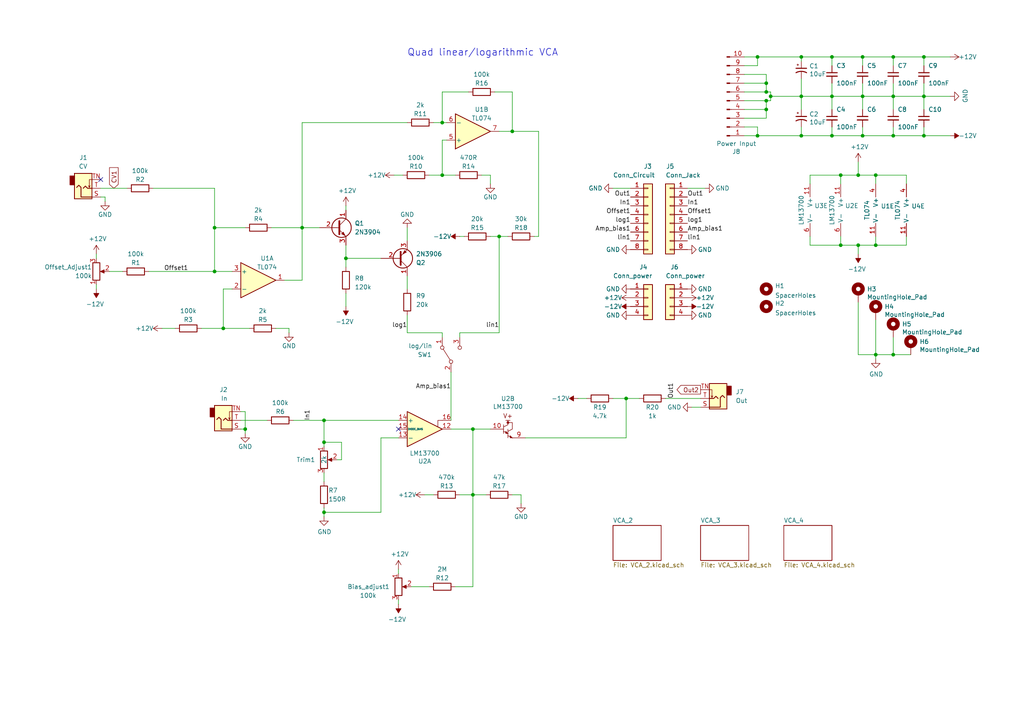
<source format=kicad_sch>
(kicad_sch (version 20231120) (generator "eeschema") (generator_version "8.0")
  (paper "A4")
  (title_block (title "Quad VCA") (date "2025-01-13") (rev "1.0") (company "Bleep Sound"))
  (lib_symbols
    (symbol "Amplifier_Operational:LM13700" (pin_names (offset 0.127))
      (property "Reference" "U" (at 3.81 5.08 0))
      (property "Value" "LM13700" (at 5.08 -5.08 0))
      (symbol "LM13700_1_1"
        (pin output line (at 7.62 0 180) (length 2.54) (name "~") (number "12"))
        (pin input line (at -7.62 2.54 0) (length 2.54) (name "-") (number "13"))
        (pin input line (at -7.62 -2.54 0) (length 2.54) (name "+") (number "14"))
        (pin input line (at -7.62 0 0) (length 2.54) (name "DIODE_BIAS") (number "15"))
        (pin input line (at 7.62 -2.54 180) (length 2.54) (name "~") (number "16"))
      )
      (symbol "LM13700_2_1"
        (text "V+" (at -2.54 3.81 0) (effects (font (size 1.27 1.27))))
        (pin input line (at -7.62 0 0) (length 3.81) (name "~") (number "10"))
        (pin output line (at 2.54 -2.54 180) (length 3.81) (name "~") (number "9"))
      )
      (symbol "LM13700_3_1"
        (pin input line (at 7.62 -2.54 180) (length 2.54) (name "~") (number "1"))
        (pin input line (at -7.62 0 0) (length 2.54) (name "DIODE_BIAS") (number "2"))
        (pin input line (at -7.62 -2.54 0) (length 2.54) (name "+") (number "3"))
        (pin input line (at -7.62 2.54 0) (length 2.54) (name "-") (number "4"))
        (pin output line (at 7.62 0 180) (length 2.54) (name "~") (number "5"))
      )
      (symbol "LM13700_4_0"
        (text "V+" (at -2.54 3.81 0) (effects (font (size 1.27 1.27))))
      )
      (symbol "LM13700_4_1"
        (pin input line (at -7.62 0 0) (length 3.81) (name "~") (number "7"))
        (pin output line (at 2.54 -2.54 180) (length 3.81) (name "~") (number "8"))
      )
      (symbol "LM13700_5_1"
        (pin power_in line (at -2.54 7.62 270) (length 3.81) (name "V+") (number "11"))
        (pin power_in line (at -2.54 -7.62 90) (length 3.81) (name "V-") (number "6"))
      )
    )
    (symbol "Amplifier_Operational:TL074" (pin_names (offset 0.127))
      (property "Reference" "U" (at 0 5.08 0))
      (property "Value" "TL074" (at 0 -5.08 0))
      (symbol "TL074_1_1"
        (pin output line (at 7.62 0 180) (length 2.54) (name "~") (number "1"))
        (pin input line (at -7.62 -2.54 0) (length 2.54) (name "-") (number "2"))
        (pin input line (at -7.62 2.54 0) (length 2.54) (name "+") (number "3"))
      )
      (symbol "TL074_2_1"
        (pin input line (at -7.62 2.54 0) (length 2.54) (name "+") (number "5"))
        (pin input line (at -7.62 -2.54 0) (length 2.54) (name "-") (number "6"))
        (pin output line (at 7.62 0 180) (length 2.54) (name "~") (number "7"))
      )
      (symbol "TL074_3_1"
        (pin input line (at -7.62 2.54 0) (length 2.54) (name "+") (number "10"))
        (pin output line (at 7.62 0 180) (length 2.54) (name "~") (number "8"))
        (pin input line (at -7.62 -2.54 0) (length 2.54) (name "-") (number "9"))
      )
      (symbol "TL074_4_1"
        (pin input line (at -7.62 2.54 0) (length 2.54) (name "+") (number "12"))
        (pin input line (at -7.62 -2.54 0) (length 2.54) (name "-") (number "13"))
        (pin output line (at 7.62 0 180) (length 2.54) (name "~") (number "14"))
      )
      (symbol "TL074_5_1"
        (pin power_in line (at -2.54 -7.62 90) (length 3.81) (name "V-") (number "11"))
        (pin power_in line (at -2.54 7.62 270) (length 3.81) (name "V+") (number "4"))
      )
    )
    (symbol "Connector:Conn_01x10_Male" (pin_names (offset 1.016) hide)
      (property "Reference" "J" (at 0 12.7 0))
      (property "Value" "Conn_01x10_Male" (at 0 -15.24 0))
      (symbol "Conn_01x10_Male_1_1"
        (pin passive line (at 5.08 10.16 180) (length 3.81) (name "Pin_1") (number "1"))
        (pin passive line (at 5.08 -12.7 180) (length 3.81) (name "Pin_10") (number "10"))
        (pin passive line (at 5.08 7.62 180) (length 3.81) (name "Pin_2") (number "2"))
        (pin passive line (at 5.08 5.08 180) (length 3.81) (name "Pin_3") (number "3"))
        (pin passive line (at 5.08 2.54 180) (length 3.81) (name "Pin_4") (number "4"))
        (pin passive line (at 5.08 0 180) (length 3.81) (name "Pin_5") (number "5"))
        (pin passive line (at 5.08 -2.54 180) (length 3.81) (name "Pin_6") (number "6"))
        (pin passive line (at 5.08 -5.08 180) (length 3.81) (name "Pin_7") (number "7"))
        (pin passive line (at 5.08 -7.62 180) (length 3.81) (name "Pin_8") (number "8"))
        (pin passive line (at 5.08 -10.16 180) (length 3.81) (name "Pin_9") (number "9"))
      )
    )
    (symbol "Connector_Generic:Conn_01x04" (pin_names (offset 1.016) hide)
      (property "Reference" "J" (at 0 5.08 0))
      (property "Value" "Conn_01x04" (at 0 -7.62 0))
      (symbol "Conn_01x04_1_1"
        (pin passive line (at -5.08 2.54 0) (length 3.81) (name "Pin_1") (number "1"))
        (pin passive line (at -5.08 0 0) (length 3.81) (name "Pin_2") (number "2"))
        (pin passive line (at -5.08 -2.54 0) (length 3.81) (name "Pin_3") (number "3"))
        (pin passive line (at -5.08 -5.08 0) (length 3.81) (name "Pin_4") (number "4"))
      )
    )
    (symbol "Connector_Generic:Conn_01x08" (pin_names (offset 1.016) hide)
      (property "Reference" "J" (at 0 10.16 0))
      (property "Value" "Conn_01x08" (at 0 -12.7 0))
      (symbol "Conn_01x08_1_1"
        (pin passive line (at -5.08 7.62 0) (length 3.81) (name "Pin_1") (number "1"))
        (pin passive line (at -5.08 5.08 0) (length 3.81) (name "Pin_2") (number "2"))
        (pin passive line (at -5.08 2.54 0) (length 3.81) (name "Pin_3") (number "3"))
        (pin passive line (at -5.08 0 0) (length 3.81) (name "Pin_4") (number "4"))
        (pin passive line (at -5.08 -2.54 0) (length 3.81) (name "Pin_5") (number "5"))
        (pin passive line (at -5.08 -5.08 0) (length 3.81) (name "Pin_6") (number "6"))
        (pin passive line (at -5.08 -7.62 0) (length 3.81) (name "Pin_7") (number "7"))
        (pin passive line (at -5.08 -10.16 0) (length 3.81) (name "Pin_8") (number "8"))
      )
    )
    (symbol "Device:CP1_Small" (pin_numbers hide) (pin_names (offset 0.254) hide)
      (property "Reference" "C" (at 0.254 1.778 0))
      (property "Value" "Device_CP1_Small" (at 0.254 -2.032 0))
      (symbol "CP1_Small_1_1"
        (pin passive line (at 0 2.54 270) (length 2.032) (name "~") (number "1"))
        (pin passive line (at 0 -2.54 90) (length 2.032) (name "~") (number "2"))
      )
    )
    (symbol "Device:C_Small" (pin_numbers hide) (pin_names (offset 0.254) hide)
      (property "Reference" "C" (at 0.254 1.778 0))
      (property "Value" "C_Small" (at 0.254 -2.032 0))
      (symbol "C_Small_1_1"
        (pin passive line (at 0 2.54 270) (length 2.032) (name "~") (number "1"))
        (pin passive line (at 0 -2.54 90) (length 2.032) (name "~") (number "2"))
      )
    )
    (symbol "Device:R" (pin_numbers hide) (pin_names (offset 0))
      (property "Reference" "R" (at 2.032 0 90))
      (property "Value" "R" (at 0 0 90))
      (symbol "R_1_1"
        (pin passive line (at 0 3.81 270) (length 1.27) (name "~") (number "1"))
        (pin passive line (at 0 -3.81 90) (length 1.27) (name "~") (number "2"))
      )
    )
    (symbol "Device:R_POT" (pin_names (offset 1.016) hide)
      (property "Reference" "RV" (at -4.445 0 90))
      (property "Value" "Device_R_POT" (at -2.54 0 90))
      (symbol "R_POT_1_1"
        (pin passive line (at 0 3.81 270) (length 1.27) (name "1") (number "1"))
        (pin passive line (at 3.81 0 180) (length 1.27) (name "2") (number "2"))
        (pin passive line (at 0 -3.81 90) (length 1.27) (name "3") (number "3"))
      )
    )
    (symbol "Kicad-perso:AudioJack_Switch"
      (property "Reference" "J2" (at 0.508 8.636 0))
      (property "Value" "Out1" (at 0.508 6.35 0))
      (symbol "AudioJack_Switch_1_1"
        (pin passive line (at 5.08 -3.81 180) (length 2.54) (name "~") (number "S"))
        (pin passive line (at 5.08 -1.27 180) (length 2.54) (name "~") (number "T"))
        (pin passive line (at 5.08 1.27 180) (length 2.54) (name "~") (number "TN"))
      )
    )
    (symbol "Mechanical:MountingHole" (pin_names (offset 1.016))
      (property "Reference" "H" (at 0 5.08 0))
      (property "Value" "MountingHole" (at 0 3.175 0))
    )
    (symbol "Mechanical:MountingHole_Pad" (pin_numbers hide) (pin_names (offset 1.016) hide)
      (property "Reference" "H" (at 0 6.35 0))
      (property "Value" "MountingHole_Pad" (at 0 4.445 0))
      (symbol "MountingHole_Pad_1_1"
        (pin input line (at 0 -2.54 90) (length 2.54) (name "1") (number "1"))
      )
    )
    (symbol "Switch:SW_SPDT" (pin_names (offset 0) hide)
      (property "Reference" "SW" (at 0 4.318 0))
      (property "Value" "SW_SPDT" (at 0 -5.08 0))
      (symbol "SW_SPDT_1_1"
        (pin passive line (at 5.08 2.54 180) (length 2.54) (name "A") (number "1"))
        (pin passive line (at -5.08 0 0) (length 2.54) (name "B") (number "2"))
        (pin passive line (at 5.08 -2.54 180) (length 2.54) (name "C") (number "3"))
      )
    )
    (symbol "Transistor_BJT:BC548" (pin_names (offset 0) hide)
      (property "Reference" "Q" (at 5.08 1.905 0))
      (property "Value" "BC548" (at 5.08 0 0))
      (symbol "BC548_1_1"
        (pin passive line (at 2.54 5.08 270) (length 2.54) (name "C") (number "1"))
        (pin input line (at -5.08 0 0) (length 5.08) (name "B") (number "2"))
        (pin passive line (at 2.54 -5.08 90) (length 2.54) (name "E") (number "3"))
      )
    )
    (symbol "Transistor_BJT:BC558" (pin_names (offset 0) hide)
      (property "Reference" "Q" (at 5.08 1.905 0))
      (property "Value" "BC558" (at 5.08 0 0))
      (symbol "BC558_1_1"
        (pin passive line (at 2.54 5.08 270) (length 2.54) (name "C") (number "1"))
        (pin input line (at -5.08 0 0) (length 5.715) (name "B") (number "2"))
        (pin passive line (at 2.54 -5.08 90) (length 2.54) (name "E") (number "3"))
      )
    )
    (symbol "power:+12V" (power) (pin_names (offset 0))
      (property "Value" "+12V" (at 0 3.556 0))
      (symbol "+12V_1_1"
        (pin power_in line (at 0 0 90) (length 0) hide (name "+12V") (number "1"))
      )
    )
    (symbol "power:-12V" (power) (pin_names (offset 0))
      (property "Value" "-12V" (at 0 3.81 0))
      (symbol "-12V_0_0"
        (pin power_in line (at 0 0 90) (length 0) hide (name "-12V") (number "1"))
      )
    )
    (symbol "power:GND" (power) (pin_names (offset 0))
      (property "Value" "GND" (at 0 -3.81 0))
      (symbol "GND_1_1"
        (pin power_in line (at 0 0 270) (length 0) hide (name "GND") (number "1"))
      )
    )
  )
  (junction (at 71.12 124.46))
  (junction (at 93.98 121.92))
  (junction (at 222.25 26.67))
  (junction (at 128.27 35.56))
  (junction (at 64.77 95.25))
  (junction (at 137.16 143.51))
  (junction (at 267.97 39.37))
  (junction (at 87.63 66.04))
  (junction (at 250.19 39.37))
  (junction (at 241.3 27.94))
  (junction (at 144.78 68.58))
  (junction (at 232.41 16.51))
  (junction (at 93.98 128.27))
  (junction (at 243.84 50.8))
  (junction (at 100.33 74.93))
  (junction (at 259.08 102.87))
  (junction (at 250.19 27.94))
  (junction (at 243.84 71.12))
  (junction (at 93.98 148.59))
  (junction (at 267.97 16.51))
  (junction (at 219.71 39.37))
  (junction (at 232.41 27.94))
  (junction (at 222.25 31.75))
  (junction (at 241.3 39.37))
  (junction (at 254 71.12))
  (junction (at 254 50.8))
  (junction (at 62.23 66.04))
  (junction (at 222.25 29.21))
  (junction (at 137.16 124.46))
  (junction (at 248.92 71.12))
  (junction (at 259.08 16.51))
  (junction (at 250.19 16.51))
  (junction (at 181.61 115.57))
  (junction (at 259.08 39.37))
  (junction (at 62.23 78.74))
  (junction (at 223.52 27.94))
  (junction (at 128.27 50.8))
  (junction (at 148.59 38.1))
  (junction (at 248.92 50.8))
  (junction (at 254 102.87))
  (junction (at 259.08 27.94))
  (junction (at 222.25 24.13))
  (junction (at 241.3 16.51))
  (junction (at 232.41 39.37))
  (junction (at 267.97 27.94))
  (junction (at 219.71 16.51))
  (no_connect (at 115.57 124.46))
  (no_connect (at 29.21 52.07))
  (wire (pts (xy 223.52 26.67) (xy 222.25 26.67)))
  (wire (pts (xy 243.84 68.58) (xy 243.84 71.12)))
  (wire (pts (xy 222.25 21.59) (xy 222.25 24.13)))
  (wire (pts (xy 241.3 27.94) (xy 241.3 31.75)))
  (wire (pts (xy 67.31 83.82) (xy 64.77 83.82)))
  (wire (pts (xy 234.95 68.58) (xy 234.95 71.12)))
  (wire (pts (xy 142.24 50.8) (xy 142.24 53.34)))
  (wire (pts (xy 83.82 96.52) (xy 83.82 95.25)))
  (wire (pts (xy 262.89 50.8) (xy 262.89 53.34)))
  (wire (pts (xy 148.59 26.67) (xy 143.51 26.67)))
  (wire (pts (xy 254 50.8) (xy 254 53.34)))
  (wire (pts (xy 137.16 124.46) (xy 142.24 124.46)))
  (wire (pts (xy 123.19 143.51) (xy 125.73 143.51)))
  (wire (pts (xy 115.57 121.92) (xy 93.98 121.92)))
  (wire (pts (xy 250.19 27.94) (xy 259.08 27.94)))
  (wire (pts (xy 92.71 66.04) (xy 87.63 66.04)))
  (wire (pts (xy 243.84 50.8) (xy 248.92 50.8)))
  (wire (pts (xy 100.33 74.93) (xy 110.49 74.93)))
  (wire (pts (xy 100.33 85.09) (xy 100.33 88.9)))
  (wire (pts (xy 264.16 102.87) (xy 259.08 102.87)))
  (wire (pts (xy 259.08 27.94) (xy 259.08 31.75)))
  (wire (pts (xy 223.52 27.94) (xy 223.52 26.67)))
  (wire (pts (xy 137.16 143.51) (xy 140.97 143.51)))
  (wire (pts (xy 267.97 27.94) (xy 275.59 27.94)))
  (wire (pts (xy 87.63 35.56) (xy 118.11 35.56)))
  (wire (pts (xy 128.27 96.52) (xy 128.27 97.79)))
  (wire (pts (xy 64.77 95.25) (xy 58.42 95.25)))
  (wire (pts (xy 93.98 148.59) (xy 93.98 147.32)))
  (wire (pts (xy 215.9 36.83) (xy 219.71 36.83)))
  (wire (pts (xy 267.97 36.83) (xy 267.97 39.37)))
  (wire (pts (xy 71.12 124.46) (xy 71.12 125.73)))
  (wire (pts (xy 31.75 78.74) (xy 35.56 78.74)))
  (wire (pts (xy 248.92 46.99) (xy 248.92 50.8)))
  (wire (pts (xy 181.61 115.57) (xy 181.61 127)))
  (wire (pts (xy 177.8 54.61) (xy 182.88 54.61)))
  (wire (pts (xy 151.13 143.51) (xy 151.13 146.05)))
  (wire (pts (xy 46.99 95.25) (xy 50.8 95.25)))
  (wire (pts (xy 99.06 128.27) (xy 99.06 133.35)))
  (wire (pts (xy 215.9 19.05) (xy 219.71 19.05)))
  (wire (pts (xy 241.3 36.83) (xy 241.3 39.37)))
  (wire (pts (xy 100.33 74.93) (xy 100.33 77.47)))
  (wire (pts (xy 262.89 68.58) (xy 262.89 71.12)))
  (wire (pts (xy 62.23 66.04) (xy 62.23 54.61)))
  (wire (pts (xy 144.78 96.52) (xy 144.78 68.58)))
  (wire (pts (xy 222.25 26.67) (xy 215.9 26.67)))
  (wire (pts (xy 232.41 17.78) (xy 232.41 16.51)))
  (wire (pts (xy 133.35 68.58) (xy 134.62 68.58)))
  (wire (pts (xy 87.63 66.04) (xy 87.63 81.28)))
  (wire (pts (xy 243.84 71.12) (xy 248.92 71.12)))
  (wire (pts (xy 64.77 83.82) (xy 64.77 95.25)))
  (wire (pts (xy 248.92 87.63) (xy 248.92 102.87)))
  (wire (pts (xy 248.92 71.12) (xy 254 71.12)))
  (wire (pts (xy 234.95 50.8) (xy 243.84 50.8)))
  (wire (pts (xy 241.3 39.37) (xy 250.19 39.37)))
  (wire (pts (xy 215.9 34.29) (xy 222.25 34.29)))
  (wire (pts (xy 93.98 137.16) (xy 93.98 139.7)))
  (wire (pts (xy 232.41 39.37) (xy 241.3 39.37)))
  (wire (pts (xy 87.63 81.28) (xy 82.55 81.28)))
  (wire (pts (xy 139.7 50.8) (xy 142.24 50.8)))
  (wire (pts (xy 250.19 36.83) (xy 250.19 39.37)))
  (wire (pts (xy 215.9 16.51) (xy 219.71 16.51)))
  (wire (pts (xy 69.85 121.92) (xy 77.47 121.92)))
  (wire (pts (xy 234.95 71.12) (xy 243.84 71.12)))
  (wire (pts (xy 118.11 80.01) (xy 118.11 83.82)))
  (wire (pts (xy 232.41 27.94) (xy 232.41 31.75)))
  (wire (pts (xy 133.35 143.51) (xy 137.16 143.51)))
  (wire (pts (xy 115.57 175.26) (xy 115.57 173.99)))
  (wire (pts (xy 259.08 102.87) (xy 254 102.87)))
  (wire (pts (xy 156.21 38.1) (xy 156.21 68.58)))
  (wire (pts (xy 177.8 115.57) (xy 181.61 115.57)))
  (wire (pts (xy 27.94 83.82) (xy 27.94 82.55)))
  (wire (pts (xy 128.27 40.64) (xy 128.27 50.8)))
  (wire (pts (xy 254 68.58) (xy 254 71.12)))
  (wire (pts (xy 128.27 35.56) (xy 128.27 26.67)))
  (wire (pts (xy 133.35 96.52) (xy 144.78 96.52)))
  (wire (pts (xy 219.71 39.37) (xy 232.41 39.37)))
  (wire (pts (xy 44.45 54.61) (xy 62.23 54.61)))
  (wire (pts (xy 193.04 115.57) (xy 203.2 115.57)))
  (wire (pts (xy 232.41 36.83) (xy 232.41 39.37)))
  (wire (pts (xy 29.21 54.61) (xy 36.83 54.61)))
  (wire (pts (xy 69.85 119.38) (xy 71.12 119.38)))
  (wire (pts (xy 241.3 16.51) (xy 250.19 16.51)))
  (wire (pts (xy 181.61 115.57) (xy 185.42 115.57)))
  (wire (pts (xy 215.9 29.21) (xy 222.25 29.21)))
  (wire (pts (xy 267.97 24.13) (xy 267.97 27.94)))
  (wire (pts (xy 167.64 115.57) (xy 170.18 115.57)))
  (wire (pts (xy 93.98 128.27) (xy 93.98 129.54)))
  (wire (pts (xy 254 50.8) (xy 262.89 50.8)))
  (wire (pts (xy 223.52 29.21) (xy 223.52 27.94)))
  (wire (pts (xy 204.47 54.61) (xy 199.39 54.61)))
  (wire (pts (xy 203.2 118.11) (xy 200.66 118.11)))
  (wire (pts (xy 259.08 24.13) (xy 259.08 27.94)))
  (wire (pts (xy 30.48 57.15) (xy 29.21 57.15)))
  (wire (pts (xy 43.18 78.74) (xy 62.23 78.74)))
  (wire (pts (xy 130.81 121.92) (xy 130.81 107.95)))
  (wire (pts (xy 100.33 71.12) (xy 100.33 74.93)))
  (wire (pts (xy 128.27 50.8) (xy 132.08 50.8)))
  (wire (pts (xy 71.12 124.46) (xy 69.85 124.46)))
  (wire (pts (xy 30.48 57.15) (xy 30.48 58.42)))
  (wire (pts (xy 259.08 39.37) (xy 267.97 39.37)))
  (wire (pts (xy 259.08 27.94) (xy 267.97 27.94)))
  (wire (pts (xy 250.19 39.37) (xy 259.08 39.37)))
  (wire (pts (xy 232.41 16.51) (xy 241.3 16.51)))
  (wire (pts (xy 100.33 59.69) (xy 100.33 60.96)))
  (wire (pts (xy 137.16 124.46) (xy 137.16 143.51)))
  (wire (pts (xy 118.11 66.04) (xy 118.11 69.85)))
  (wire (pts (xy 215.9 24.13) (xy 222.25 24.13)))
  (wire (pts (xy 27.94 73.66) (xy 27.94 74.93)))
  (wire (pts (xy 124.46 50.8) (xy 128.27 50.8)))
  (wire (pts (xy 259.08 36.83) (xy 259.08 39.37)))
  (wire (pts (xy 181.61 127) (xy 152.4 127)))
  (wire (pts (xy 132.08 170.18) (xy 137.16 170.18)))
  (wire (pts (xy 248.92 73.66) (xy 248.92 71.12)))
  (wire (pts (xy 254 92.71) (xy 254 102.87)))
  (wire (pts (xy 115.57 165.1) (xy 115.57 166.37)))
  (wire (pts (xy 144.78 68.58) (xy 147.32 68.58)))
  (wire (pts (xy 267.97 16.51) (xy 275.59 16.51)))
  (wire (pts (xy 223.52 27.94) (xy 232.41 27.94)))
  (wire (pts (xy 148.59 143.51) (xy 151.13 143.51)))
  (wire (pts (xy 241.3 19.05) (xy 241.3 16.51)))
  (wire (pts (xy 156.21 68.58) (xy 154.94 68.58)))
  (wire (pts (xy 129.54 40.64) (xy 128.27 40.64)))
  (wire (pts (xy 223.52 29.21) (xy 222.25 29.21)))
  (wire (pts (xy 119.38 170.18) (xy 124.46 170.18)))
  (wire (pts (xy 114.3 50.8) (xy 116.84 50.8)))
  (wire (pts (xy 93.98 149.86) (xy 93.98 148.59)))
  (wire (pts (xy 93.98 128.27) (xy 99.06 128.27)))
  (wire (pts (xy 259.08 16.51) (xy 267.97 16.51)))
  (wire (pts (xy 125.73 35.56) (xy 128.27 35.56)))
  (wire (pts (xy 267.97 27.94) (xy 267.97 31.75)))
  (wire (pts (xy 128.27 26.67) (xy 135.89 26.67)))
  (wire (pts (xy 248.92 50.8) (xy 254 50.8)))
  (wire (pts (xy 71.12 119.38) (xy 71.12 124.46)))
  (wire (pts (xy 85.09 121.92) (xy 93.98 121.92)))
  (wire (pts (xy 222.25 34.29) (xy 222.25 31.75)))
  (wire (pts (xy 259.08 97.79) (xy 259.08 102.87)))
  (wire (pts (xy 234.95 50.8) (xy 234.95 53.34)))
  (wire (pts (xy 87.63 66.04) (xy 87.63 35.56)))
  (wire (pts (xy 241.3 27.94) (xy 250.19 27.94)))
  (wire (pts (xy 222.25 31.75) (xy 222.25 29.21)))
  (wire (pts (xy 128.27 96.52) (xy 118.11 96.52)))
  (wire (pts (xy 128.27 35.56) (xy 129.54 35.56)))
  (wire (pts (xy 250.19 16.51) (xy 259.08 16.51)))
  (wire (pts (xy 232.41 22.86) (xy 232.41 27.94)))
  (wire (pts (xy 248.92 102.87) (xy 254 102.87)))
  (wire (pts (xy 254 102.87) (xy 254 104.14)))
  (wire (pts (xy 144.78 68.58) (xy 142.24 68.58)))
  (wire (pts (xy 219.71 16.51) (xy 232.41 16.51)))
  (wire (pts (xy 137.16 170.18) (xy 137.16 143.51)))
  (wire (pts (xy 115.57 127) (xy 110.49 127)))
  (wire (pts (xy 148.59 38.1) (xy 148.59 26.67)))
  (wire (pts (xy 215.9 39.37) (xy 219.71 39.37)))
  (wire (pts (xy 62.23 78.74) (xy 62.23 66.04)))
  (wire (pts (xy 254 71.12) (xy 262.89 71.12)))
  (wire (pts (xy 118.11 91.44) (xy 118.11 96.52)))
  (wire (pts (xy 222.25 24.13) (xy 222.25 26.67)))
  (wire (pts (xy 250.19 16.51) (xy 250.19 19.05)))
  (wire (pts (xy 93.98 121.92) (xy 93.98 128.27)))
  (wire (pts (xy 219.71 36.83) (xy 219.71 39.37)))
  (wire (pts (xy 130.81 124.46) (xy 137.16 124.46)))
  (wire (pts (xy 64.77 95.25) (xy 72.39 95.25)))
  (wire (pts (xy 243.84 50.8) (xy 243.84 53.34)))
  (wire (pts (xy 62.23 78.74) (xy 67.31 78.74)))
  (wire (pts (xy 83.82 95.25) (xy 80.01 95.25)))
  (wire (pts (xy 250.19 27.94) (xy 250.19 31.75)))
  (wire (pts (xy 78.74 66.04) (xy 87.63 66.04)))
  (wire (pts (xy 215.9 31.75) (xy 222.25 31.75)))
  (wire (pts (xy 241.3 24.13) (xy 241.3 27.94)))
  (wire (pts (xy 99.06 133.35) (xy 97.79 133.35)))
  (wire (pts (xy 110.49 148.59) (xy 93.98 148.59)))
  (wire (pts (xy 259.08 19.05) (xy 259.08 16.51)))
  (wire (pts (xy 144.78 38.1) (xy 148.59 38.1)))
  (wire (pts (xy 110.49 127) (xy 110.49 148.59)))
  (wire (pts (xy 267.97 16.51) (xy 267.97 19.05)))
  (wire (pts (xy 133.35 96.52) (xy 133.35 97.79)))
  (wire (pts (xy 215.9 21.59) (xy 222.25 21.59)))
  (wire (pts (xy 219.71 19.05) (xy 219.71 16.51)))
  (wire (pts (xy 156.21 38.1) (xy 148.59 38.1)))
  (wire (pts (xy 232.41 27.94) (xy 241.3 27.94)))
  (wire (pts (xy 267.97 39.37) (xy 275.59 39.37)))
  (wire (pts (xy 62.23 66.04) (xy 71.12 66.04)))
  (wire (pts (xy 250.19 24.13) (xy 250.19 27.94)))
  (text "Quad linear/logarithmic VCA" (at 118.11 16.51 0) (effects (font (size 2 2)) (justify left bottom)))
  (label "lin1" (at 199.39 69.85 0))
  (label "Amp_bias1" (at 130.81 113.03 180))
  (label "In1" (at 199.39 59.69 0))
  (label "Out1" (at 199.39 57.15 0))
  (label "Offset1" (at 199.39 62.23 0))
  (label "Out1" (at 195.58 115.57 90))
  (label "log1" (at 118.11 95.25 180))
  (label "Offset1" (at 182.88 62.23 180))
  (label "lin1" (at 144.78 95.25 180))
  (label "log1" (at 199.39 64.77 0))
  (label "log1" (at 182.88 64.77 180))
  (label "lin1" (at 182.88 69.85 180))
  (label "Out1" (at 182.88 57.15 180))
  (label "In1" (at 90.17 121.92 90))
  (label "In1" (at 182.88 59.69 180))
  (label "Amp_bias1" (at 182.88 67.31 180))
  (label "Amp_bias1" (at 199.39 67.31 0))
  (label "Offset1" (at 54.61 78.74 180))
  (global_label "CV1" (shape input) (at 33.02 54.61 90) (property "Intersheetrefs" "${INTERSHEET_REFS}" (effects (hide yes))))
  (global_label "Out2" (shape output) (at 203.2 113.03 180) (property "Intersheetrefs" "${INTERSHEET_REFS}" (effects (hide yes))))
  (symbol (lib_id "Device:R_POT") (at 93.98 133.35 0) (unit 1)
    (property "Reference" "Trim1" (at 91.44 133.35 0) (effects (justify right)))
    (property "Value" "2k" (at 93.98 132.08 90) (effects (justify right)))
    (property "Footprint" "Potentiometer_THT:Potentiometer_Bourns_3296W_Vertical" (effects (hide yes)))
    (property "Description" "Trimmer potentiometer, 25 turn series 3296W" (effects (hide yes)))
    (property "Links" "https://www.thonk.co.uk/shop/25-turn-trimmer-potentiometer/" (effects (hide yes)))
  )
  (symbol (lib_id "power:GND") (at 254 104.14 0) (unit 1)
    (property "Reference" "#PWR034" (effects (hide yes)))
    (property "Value" "GND" (at 254.127 108.5342 0))
  )
  (symbol (lib_id "Mechanical:MountingHole_Pad") (at 248.92 85.09 0) (unit 1)
    (property "Reference" "H3" (at 251.46 83.8454 0) (effects (justify left)))
    (property "Value" "MountingHole_Pad" (at 251.46 86.1568 0) (effects (justify left)))
    (property "Footprint" "Kicad-perso:Doepfer Mounting hole" (effects (hide yes)))
  )
  (symbol (lib_id "Mechanical:MountingHole_Pad") (at 254 90.17 0) (unit 1)
    (property "Reference" "H4" (at 256.54 88.9254 0) (effects (justify left)))
    (property "Value" "MountingHole_Pad" (at 256.54 91.2368 0) (effects (justify left)))
    (property "Footprint" "Kicad-perso:Doepfer Mounting hole" (effects (hide yes)))
  )
  (symbol (lib_id "Mechanical:MountingHole_Pad") (at 259.08 95.25 0) (unit 1)
    (property "Reference" "H5" (at 261.62 94.0054 0) (effects (justify left)))
    (property "Value" "MountingHole_Pad" (at 261.62 96.3168 0) (effects (justify left)))
    (property "Footprint" "Kicad-perso:Doepfer Mounting hole" (effects (hide yes)))
  )
  (symbol (lib_id "Mechanical:MountingHole_Pad") (at 264.16 100.33 0) (unit 1)
    (property "Reference" "H6" (at 266.7 99.0854 0) (effects (justify left)))
    (property "Value" "MountingHole_Pad" (at 266.7 101.3968 0) (effects (justify left)))
    (property "Footprint" "Kicad-perso:Doepfer Mounting hole" (effects (hide yes)))
  )
  (symbol (lib_id "Transistor_BJT:BC548") (at 97.79 66.04 0) (unit 1)
    (property "Reference" "Q1" (at 102.87 64.77 0) (effects (justify left)))
    (property "Value" "2N3904" (at 102.87 67.31 0) (effects (justify left)))
    (property "Footprint" "Package_TO_SOT_THT:TO-92_Inline" (effects (hide yes)))
    (property "Datasheet" "https://www.onsemi.com/pub/Collateral/BC550-D.pdf" (effects (hide yes)))
    (property "Description" "2N3904 NPN General Purpose Transistor" (effects (hide yes)))
    (property "Links" "https://www.taydaelectronics.com/2n3904-npn-general-propose-transistor.html" (effects (hide yes)))
  )
  (symbol (lib_id "power:-12V") (at 100.33 88.9 180) (unit 1)
    (property "Reference" "#PWR09" (effects (hide yes)))
    (property "Value" "-12V" (at 99.949 93.2942 0))
  )
  (symbol (lib_id "power:GND") (at 199.39 83.82 90) (mirror x) (unit 1)
    (property "Reference" "#PWR026" (effects (hide yes)))
    (property "Value" "GND" (at 204.47 83.82 90))
  )
  (symbol (lib_id "Device:R") (at 135.89 50.8 270) (unit 1)
    (property "Reference" "R14" (at 135.89 48.26 90))
    (property "Value" "470R" (at 135.89 45.72 90))
    (property "Footprint" "Resistor_THT:R_Axial_DIN0207_L6.3mm_D2.5mm_P7.62mm_Horizontal" (effects (hide yes)))
    (property "Description" "2.5mm*6.8mm 1/4W 1% Metal film resistor" (effects (hide yes)))
    (property "Links" "https://www.taydaelectronics.com/resistors/1-4w-metal-film-resistors/test-group-2.html" (effects (hide yes)))
  )
  (symbol (lib_id "Device:R") (at 189.23 115.57 270) (mirror x) (unit 1)
    (property "Reference" "R20" (at 189.23 118.11 90))
    (property "Value" "1k" (at 189.23 120.65 90))
    (property "Footprint" "Resistor_THT:R_Axial_DIN0207_L6.3mm_D2.5mm_P7.62mm_Horizontal" (effects (hide yes)))
    (property "Description" "2.5mm*6.8mm 1/4W 1% Metal film resistor" (effects (hide yes)))
    (property "Links" "https://www.taydaelectronics.com/resistors/1-4w-metal-film-resistors/test-group-2.html" (effects (hide yes)))
  )
  (symbol (lib_id "power:GND") (at 142.24 53.34 0) (unit 1)
    (property "Reference" "#PWR016" (effects (hide yes)))
    (property "Value" "GND" (at 142.24 57.15 0))
  )
  (symbol (lib_id "power:-12V") (at 133.35 68.58 90) (unit 1)
    (property "Reference" "#PWR015" (effects (hide yes)))
    (property "Value" "-12V" (at 128.27 68.58 90))
  )
  (symbol (lib_id "power:-12V") (at 182.88 88.9 90) (unit 1)
    (property "Reference" "#PWR023" (effects (hide yes)))
    (property "Value" "-12V" (at 177.8 88.9 90))
  )
  (symbol (lib_id "Amplifier_Operational:LM13700") (at 246.38 60.96 0) (unit 5)
    (property "Reference" "U2" (at 245.11 59.69 0) (effects (justify left)))
    (property "Value" "LM13700" (at 241.3 60.96 90))
    (property "Footprint" "Package_SO:SOIC-16_3.9x9.9mm_P1.27mm" (effects (hide yes)))
    (property "Datasheet" "http://www.ti.com/lit/ds/symlink/lm13700.pdf" (effects (hide yes)))
    (property "Description" "Dual Transconductance Amplifiers" (effects (hide yes)))
    (property "manf" "Texas Instrument" (effects (hide yes)))
    (property "manf#" "LM13700MX/NOPB" (effects (hide yes)))
    (property "Links" "https://eu.mouser.com/c/semiconductors/amplifier-ics/transconductance-amplifiers/?series=LM13700" (effects (hide yes)))
  )
  (symbol (lib_id "power:GND") (at 151.13 146.05 0) (unit 1)
    (property "Reference" "#PWR017" (effects (hide yes)))
    (property "Value" "GND" (at 151.13 149.86 0))
  )
  (symbol (lib_id "Device:R") (at 100.33 81.28 0) (unit 1)
    (property "Reference" "R8" (at 102.87 80.01 0) (effects (justify left top)))
    (property "Value" "120k" (at 102.87 82.55 0) (effects (justify left top)))
    (property "Footprint" "Resistor_THT:R_Axial_DIN0207_L6.3mm_D2.5mm_P7.62mm_Horizontal" (effects (hide yes)))
    (property "Description" "2.5mm*6.8mm 1/4W 1% Metal film resistor" (effects (hide yes)))
    (property "Links" "https://www.taydaelectronics.com/resistors/1-4w-metal-film-resistors/test-group-2.html" (effects (hide yes)))
  )
  (symbol (lib_id "Amplifier_Operational:TL074") (at 137.16 38.1 0) (mirror x) (unit 2)
    (property "Reference" "U1" (at 139.7 31.75 0))
    (property "Value" "TL074" (at 139.7 34.29 0))
    (property "Footprint" "Package_DIP:DIP-14_W7.62mm_Socket" (effects (hide yes)))
    (property "Datasheet" "http://www.ti.com/lit/ds/symlink/tl071.pdf" (effects (hide yes)))
    (property "Description" "Quad Op-Amp" (effects (hide yes)))
    (property "manf" "Texas Instrument" (effects (hide yes)))
    (property "manf#" "TL074CN" (effects (hide yes)))
    (property "Links" "https://www.thonk.co.uk/shop/eurorack-diy-essentials/" (effects (hide yes)))
  )
  (symbol (lib_id "power:GND") (at 182.88 91.44 270) (unit 1)
    (property "Reference" "#PWR024" (effects (hide yes)))
    (property "Value" "GND" (at 177.8 91.44 90))
  )
  (symbol (lib_id "Transistor_BJT:BC558") (at 115.57 74.93 0) (mirror x) (unit 1)
    (property "Reference" "Q2" (at 120.65 76.2001 0) (effects (justify left)))
    (property "Value" "2N3906" (at 120.65 73.6601 0) (effects (justify left)))
    (property "Footprint" "Package_TO_SOT_THT:TO-92_Inline" (effects (hide yes)))
    (property "Datasheet" "https://www.onsemi.com/pub/Collateral/BC556BTA-D.pdf" (effects (hide yes)))
    (property "Description" "2N3906 PNP General Purpose Transistor" (effects (hide yes)))
    (property "Links" "https://www.taydaelectronics.com/2n3906-general-propose-pnp-transistor.html" (effects (hide yes)))
  )
  (symbol (lib_id "power:-12V") (at 115.57 175.26 180) (unit 1)
    (property "Reference" "#PWR012" (effects (hide yes)))
    (property "Value" "-12V" (at 115.189 179.6542 0))
  )
  (symbol (lib_id "Device:R") (at 93.98 143.51 0) (unit 1)
    (property "Reference" "R7" (at 95.25 142.24 0) (effects (justify left)))
    (property "Value" "150R" (at 95.25 144.78 0) (effects (justify left)))
    (property "Footprint" "Resistor_THT:R_Axial_DIN0207_L6.3mm_D2.5mm_P7.62mm_Horizontal" (effects (hide yes)))
    (property "Description" "2.5mm*6.8mm 1/4W 1% Metal film resistor" (effects (hide yes)))
    (property "Links" "https://www.taydaelectronics.com/resistors/1-4w-metal-film-resistors/test-group-2.html" (effects (hide yes)))
  )
  (symbol (lib_id "Connector:Conn_01x10_Male") (at 210.82 29.21 0) (mirror x) (unit 1)
    (property "Reference" "J8" (at 213.5632 43.9674 0))
    (property "Value" "Power Input" (at 213.5632 41.656 0))
    (property "Footprint" "Connector_IDC:IDC-Header_2x05_P2.54mm_Vertical" (effects (hide yes)))
    (property "Description" "Eurorack 10 pin shrouded power header IDC" (effects (hide yes)))
    (property "Links" "https://www.thonk.co.uk/shop/eurorack-diy-essentials/" (effects (hide yes)))
  )
  (symbol (lib_id "Device:R") (at 74.93 66.04 270) (unit 1)
    (property "Reference" "R4" (at 74.93 63.5 90))
    (property "Value" "2k" (at 74.93 60.96 90))
    (property "Footprint" "Resistor_THT:R_Axial_DIN0207_L6.3mm_D2.5mm_P7.62mm_Horizontal" (effects (hide yes)))
    (property "Description" "2.5mm*6.8mm 1/4W 1% Metal film resistor" (effects (hide yes)))
    (property "Links" "https://www.taydaelectronics.com/resistors/1-4w-metal-film-resistors/test-group-2.html" (effects (hide yes)))
  )
  (symbol (lib_id "Amplifier_Operational:TL074") (at 74.93 81.28 0) (unit 1)
    (property "Reference" "U1" (at 77.47 74.93 0))
    (property "Value" "TL074" (at 77.47 77.47 0))
    (property "Footprint" "Package_DIP:DIP-14_W7.62mm_Socket" (effects (hide yes)))
    (property "Datasheet" "http://www.ti.com/lit/ds/symlink/tl071.pdf" (effects (hide yes)))
    (property "Description" "Quad Op-Amp" (effects (hide yes)))
    (property "manf" "Texas Instrument" (effects (hide yes)))
    (property "manf#" "TL074CN" (effects (hide yes)))
    (property "Links" "https://www.thonk.co.uk/shop/eurorack-diy-essentials/" (effects (hide yes)))
  )
  (symbol (lib_id "Device:C_Small") (at 250.19 34.29 0) (unit 1)
    (property "Reference" "C6" (at 251.46 31.75 0) (effects (justify left)))
    (property "Value" "100nF" (effects (hide yes)))
    (property "Footprint" "Capacitor_THT:C_Disc_D7.0mm_W2.5mm_P5.00mm" (effects (hide yes)))
    (property "Description" "Ceramic disc capacitor 50V 20%" (effects (hide yes)))
    (property "Links" "https://www.taydaelectronics.com/capacitors/ceramic-disc-capacitors/test-group-2.html" (effects (hide yes)))
  )
  (symbol (lib_id "power:+12V") (at 275.59 16.51 270) (unit 1)
    (property "Reference" "#PWR035" (effects (hide yes)))
    (property "Value" "+12V" (at 280.67 16.51 90))
  )
  (symbol (lib_id "Device:C_Small") (at 241.3 34.29 0) (unit 1)
    (property "Reference" "C4" (at 242.57 31.75 0) (effects (justify left)))
    (property "Value" "100nF" (at 242.57 36.83 0) (effects (justify left)))
    (property "Footprint" "Capacitor_THT:C_Disc_D7.0mm_W2.5mm_P5.00mm" (effects (hide yes)))
    (property "Description" "Ceramic disc capacitor 50V 20%" (effects (hide yes)))
    (property "Links" "https://www.taydaelectronics.com/capacitors/ceramic-disc-capacitors/test-group-2.html" (effects (hide yes)))
  )
  (symbol (lib_id "Kicad-perso:AudioJack_Switch") (at 64.77 120.65 0) (unit 1)
    (property "Reference" "J2" (at 66.04 113.03 0) (effects (justify right)))
    (property "Value" "In" (at 66.04 115.57 0) (effects (justify right)))
    (property "Footprint" "Kicad-perso:Thonkiconn" (effects (hide yes)))
    (property "Description" "Thonkiconn jack" (effects (hide yes)))
    (property "Links" "https://www.thonk.co.uk/shop/thonkiconn/" (effects (hide yes)))
  )
  (symbol (lib_id "Device:C_Small") (at 250.19 21.59 0) (unit 1)
    (property "Reference" "C5" (at 251.46 19.05 0) (effects (justify left)))
    (property "Value" "100nF" (at 251.46 24.13 0) (effects (justify left)))
    (property "Footprint" "Capacitor_THT:C_Disc_D7.0mm_W2.5mm_P5.00mm" (effects (hide yes)))
    (property "Description" "Ceramic disc capacitor 50V 20%" (effects (hide yes)))
    (property "Links" "https://www.taydaelectronics.com/capacitors/ceramic-disc-capacitors/test-group-2.html" (effects (hide yes)))
  )
  (symbol (lib_id "power:GND") (at 199.39 91.44 90) (mirror x) (unit 1)
    (property "Reference" "#PWR029" (effects (hide yes)))
    (property "Value" "GND" (at 204.47 91.44 90))
  )
  (symbol (lib_id "power:-12V") (at 27.94 83.82 180) (unit 1)
    (property "Reference" "#PWR02" (effects (hide yes)))
    (property "Value" "-12V" (at 27.559 88.2142 0))
  )
  (symbol (lib_id "Device:R") (at 39.37 78.74 270) (unit 1)
    (property "Reference" "R1" (at 39.37 76.2 90))
    (property "Value" "100k" (at 39.37 73.66 90))
    (property "Footprint" "Resistor_THT:R_Axial_DIN0207_L6.3mm_D2.5mm_P7.62mm_Horizontal" (effects (hide yes)))
    (property "Description" "2.5mm*6.8mm 1/4W 1% Metal film resistor" (effects (hide yes)))
    (property "Links" "https://www.taydaelectronics.com/resistors/1-4w-metal-film-resistors/test-group-2.html" (effects (hide yes)))
  )
  (symbol (lib_id "Connector_Generic:Conn_01x08") (at 194.31 62.23 0) (mirror y) (unit 1)
    (property "Reference" "J5" (at 195.58 48.26 0) (effects (justify left)))
    (property "Value" "Conn_Jack" (at 203.2 50.8 0) (effects (justify left)))
    (property "Footprint" "Connector_PinHeader_2.54mm:PinHeader_1x08_P2.54mm_Vertical" (effects (hide yes)))
    (property "Description" "2.54mm pitch pin header vertical 1x8pos" (effects (hide yes)))
  )
  (symbol (lib_id "power:+12V") (at 27.94 73.66 0) (unit 1)
    (property "Reference" "#PWR01" (effects (hide yes)))
    (property "Value" "+12V" (at 28.321 69.2658 0))
  )
  (symbol (lib_id "power:+12V") (at 100.33 59.69 0) (unit 1)
    (property "Reference" "#PWR08" (effects (hide yes)))
    (property "Value" "+12V" (at 100.711 55.2958 0))
  )
  (symbol (lib_id "power:GND") (at 199.39 72.39 90) (unit 1)
    (property "Reference" "#PWR025" (effects (hide yes)))
    (property "Value" "GND" (at 204.47 72.39 90))
  )
  (symbol (lib_id "Device:R") (at 138.43 68.58 270) (unit 1)
    (property "Reference" "R15" (at 138.43 66.04 90))
    (property "Value" "20k" (at 138.43 63.5 90))
    (property "Footprint" "Resistor_THT:R_Axial_DIN0207_L6.3mm_D2.5mm_P7.62mm_Horizontal" (effects (hide yes)))
    (property "Description" "2.5mm*6.8mm 1/4W 1% Metal film resistor" (effects (hide yes)))
    (property "Links" "https://www.taydaelectronics.com/resistors/1-4w-metal-film-resistors/test-group-2.html" (effects (hide yes)))
  )
  (symbol (lib_id "power:-12V") (at 199.39 88.9 270) (unit 1)
    (property "Reference" "#PWR028" (effects (hide yes)))
    (property "Value" "-12V" (at 204.47 88.9 90))
  )
  (symbol (lib_id "Device:R") (at 81.28 121.92 270) (unit 1)
    (property "Reference" "R6" (at 81.28 119.38 90))
    (property "Value" "100k" (at 81.28 116.84 90))
    (property "Footprint" "Resistor_THT:R_Axial_DIN0207_L6.3mm_D2.5mm_P7.62mm_Horizontal" (effects (hide yes)))
    (property "Description" "2.5mm*6.8mm 1/4W 1% Metal film resistor" (effects (hide yes)))
    (property "Links" "https://www.taydaelectronics.com/resistors/1-4w-metal-film-resistors/test-group-2.html" (effects (hide yes)))
  )
  (symbol (lib_id "Device:R") (at 144.78 143.51 270) (unit 1)
    (property "Reference" "R17" (at 144.78 140.97 90))
    (property "Value" "47k" (at 144.78 138.43 90))
    (property "Footprint" "Resistor_THT:R_Axial_DIN0207_L6.3mm_D2.5mm_P7.62mm_Horizontal" (effects (hide yes)))
    (property "Description" "2.5mm*6.8mm 1/4W 1% Metal film resistor" (effects (hide yes)))
    (property "Links" "https://www.taydaelectronics.com/resistors/1-4w-metal-film-resistors/test-group-2.html" (effects (hide yes)))
  )
  (symbol (lib_id "Kicad-perso:AudioJack_Switch") (at 24.13 53.34 0) (unit 1)
    (property "Reference" "J1" (at 25.4 45.72 0) (effects (justify right)))
    (property "Value" "CV" (at 25.4 48.26 0) (effects (justify right)))
    (property "Footprint" "Kicad-perso:Thonkiconn" (effects (hide yes)))
    (property "Description" "Thonkiconn jack" (effects (hide yes)))
    (property "Links" "https://www.thonk.co.uk/shop/thonkiconn/" (effects (hide yes)))
  )
  (symbol (lib_id "Device:R") (at 40.64 54.61 270) (unit 1)
    (property "Reference" "R2" (at 40.64 52.07 90))
    (property "Value" "100k" (at 40.64 49.53 90))
    (property "Footprint" "Resistor_THT:R_Axial_DIN0207_L6.3mm_D2.5mm_P7.62mm_Horizontal" (effects (hide yes)))
    (property "Description" "2.5mm*6.8mm 1/4W 1% Metal film resistor" (effects (hide yes)))
    (property "Links" "https://www.taydaelectronics.com/resistors/1-4w-metal-film-resistors/test-group-2.html" (effects (hide yes)))
  )
  (symbol (lib_id "power:GND") (at 83.82 96.52 0) (unit 1)
    (property "Reference" "#PWR06" (effects (hide yes)))
    (property "Value" "GND" (at 83.82 100.33 0))
  )
  (symbol (lib_id "Amplifier_Operational:LM13700") (at 123.19 124.46 0) (mirror x) (unit 1)
    (property "Reference" "U2" (at 123.19 133.7818 0))
    (property "Value" "LM13700" (at 123.19 131.4704 0))
    (property "Footprint" "Package_SO:SOIC-16_3.9x9.9mm_P1.27mm" (effects (hide yes)))
    (property "Datasheet" "http://www.ti.com/lit/ds/symlink/lm13700.pdf" (effects (hide yes)))
    (property "Description" "Dual Transconductance Amplifiers" (effects (hide yes)))
    (property "manf" "Texas Instrument" (effects (hide yes)))
    (property "manf#" "LM13700MX/NOPB" (effects (hide yes)))
    (property "Links" "https://eu.mouser.com/c/semiconductors/amplifier-ics/transconductance-amplifiers/?series=LM13700" (effects (hide yes)))
  )
  (symbol (lib_id "Device:CP1_Small") (at 232.41 34.29 0) (unit 1)
    (property "Reference" "C2" (at 234.7214 33.1216 0) (effects (justify left)))
    (property "Value" "10uF" (at 234.7214 35.433 0) (effects (justify left)))
    (property "Footprint" "Capacitor_THT:CP_Radial_D5.0mm_P2.00mm" (effects (hide yes)))
    (property "Description" "10uF Electrolytic capacitor, 2.0mm pitch, 5mm diameter" (effects (hide yes)))
    (property "Links" "https://www.taydaelectronics.com/capacitors/electrolytic-capacitors.html" (effects (hide yes)))
  )
  (symbol (lib_id "power:+12V") (at 199.39 86.36 270) (unit 1)
    (property "Reference" "#PWR027" (effects (hide yes)))
    (property "Value" "+12V" (at 204.47 86.36 90))
  )
  (symbol (lib_id "Mechanical:MountingHole") (at 222.25 88.9 0) (unit 1)
    (property "Reference" "H2" (at 224.79 87.9915 0) (effects (justify left)))
    (property "Value" "SpacerHoles" (at 224.79 90.7666 0) (effects (justify left)))
    (property "Footprint" "MountingHole:MountingHole_3.2mm_M3" (effects (hide yes)))
  )
  (symbol (lib_id "power:-12V") (at 167.64 115.57 90) (unit 1)
    (property "Reference" "#PWR018" (effects (hide yes)))
    (property "Value" "-12V" (at 162.56 115.57 90))
  )
  (symbol (lib_id "Device:R") (at 128.27 170.18 270) (unit 1)
    (property "Reference" "R12" (at 128.27 167.64 90))
    (property "Value" "2M" (at 128.27 165.1 90))
    (property "Footprint" "Resistor_THT:R_Axial_DIN0207_L6.3mm_D2.5mm_P7.62mm_Horizontal" (effects (hide yes)))
    (property "Description" "2.5mm*6.8mm 1/4W 1% Metal film resistor" (effects (hide yes)))
    (property "Links" "https://www.taydaelectronics.com/resistors/1-4w-metal-film-resistors/test-group-2.html" (effects (hide yes)))
  )
  (symbol (lib_id "Device:C_Small") (at 267.97 21.59 0) (unit 1)
    (property "Reference" "C9" (at 269.24 19.05 0) (effects (justify left)))
    (property "Value" "100nF" (at 269.24 24.13 0) (effects (justify left)))
    (property "Footprint" "Capacitor_THT:C_Disc_D7.0mm_W2.5mm_P5.00mm" (effects (hide yes)))
    (property "Description" "Ceramic disc capacitor 50V 20%" (effects (hide yes)))
    (property "Links" "https://www.taydaelectronics.com/capacitors/ceramic-disc-capacitors/test-group-2.html" (effects (hide yes)))
  )
  (symbol (lib_id "Device:R_POT") (at 115.57 170.18 0) (unit 1)
    (property "Reference" "Bias_adjust1" (at 113.03 170.18 0) (effects (justify right)))
    (property "Value" "100k" (at 109.22 172.72 0) (effects (justify right)))
    (property "Footprint" "Potentiometer_THT:Potentiometer_Bourns_3296W_Vertical" (effects (hide yes)))
    (property "Description" "Trimmer potentiometer, 25 turn series 3296W" (effects (hide yes)))
    (property "Links" "https://www.thonk.co.uk/shop/25-turn-trimmer-potentiometer/" (effects (hide yes)))
  )
  (symbol (lib_id "power:+12V") (at 115.57 165.1 0) (unit 1)
    (property "Reference" "#PWR011" (effects (hide yes)))
    (property "Value" "+12V" (at 115.951 160.7058 0))
  )
  (symbol (lib_id "Device:C_Small") (at 267.97 34.29 0) (unit 1)
    (property "Reference" "C10" (at 269.24 31.75 0) (effects (justify left)))
    (property "Value" "100nF" (effects (hide yes)))
    (property "Footprint" "Capacitor_THT:C_Disc_D7.0mm_W2.5mm_P5.00mm" (effects (hide yes)))
    (property "Description" "Ceramic disc capacitor 50V 20%" (effects (hide yes)))
    (property "Links" "https://www.taydaelectronics.com/capacitors/ceramic-disc-capacitors/test-group-2.html" (effects (hide yes)))
  )
  (symbol (lib_id "Amplifier_Operational:LM13700") (at 149.86 124.46 0) (unit 2)
    (property "Reference" "U2" (at 147.32 115.6208 0))
    (property "Value" "LM13700" (at 147.32 117.9322 0))
    (property "Footprint" "Package_SO:SOIC-16_3.9x9.9mm_P1.27mm" (effects (hide yes)))
    (property "Datasheet" "http://www.ti.com/lit/ds/symlink/lm13700.pdf" (effects (hide yes)))
    (property "Description" "Dual Transconductance Amplifiers" (effects (hide yes)))
    (property "manf" "Texas Instrument" (effects (hide yes)))
    (property "manf#" "LM13700MX/NOPB" (effects (hide yes)))
    (property "Links" "https://eu.mouser.com/c/semiconductors/amplifier-ics/transconductance-amplifiers/?series=LM13700" (effects (hide yes)))
  )
  (symbol (lib_id "power:GND") (at 204.47 54.61 90) (unit 1)
    (property "Reference" "#PWR031" (effects (hide yes)))
    (property "Value" "GND" (at 209.55 54.61 90))
  )
  (symbol (lib_id "Device:R") (at 121.92 35.56 270) (unit 1)
    (property "Reference" "R11" (at 121.92 33.02 90))
    (property "Value" "2k" (at 121.92 30.48 90))
    (property "Footprint" "Resistor_THT:R_Axial_DIN0207_L6.3mm_D2.5mm_P7.62mm_Horizontal" (effects (hide yes)))
    (property "Description" "2.5mm*6.8mm 1/4W 1% Metal film resistor" (effects (hide yes)))
    (property "Links" "https://www.taydaelectronics.com/resistors/1-4w-metal-film-resistors/test-group-2.html" (effects (hide yes)))
  )
  (symbol (lib_id "power:+12V") (at 46.99 95.25 90) (unit 1)
    (property "Reference" "#PWR04" (effects (hide yes)))
    (property "Value" "+12V" (at 41.91 95.25 90))
  )
  (symbol (lib_id "power:-12V") (at 248.92 73.66 180) (unit 1)
    (property "Reference" "#PWR033" (effects (hide yes)))
    (property "Value" "-12V" (at 248.539 78.0542 0))
  )
  (symbol (lib_id "power:GND") (at 182.88 72.39 270) (unit 1)
    (property "Reference" "#PWR020" (effects (hide yes)))
    (property "Value" "GND" (at 177.8 72.39 90))
  )
  (symbol (lib_id "Connector_Generic:Conn_01x04") (at 194.31 86.36 0) (mirror y) (unit 1)
    (property "Reference" "J6" (at 196.85 77.47 0) (effects (justify left)))
    (property "Value" "Conn_power" (at 204.47 80.01 0) (effects (justify left)))
    (property "Footprint" "Connector_PinHeader_2.54mm:PinHeader_1x04_P2.54mm_Vertical" (effects (hide yes)))
    (property "Description" "2.54mm pitch pin header vertical 1x4pos" (effects (hide yes)))
  )
  (symbol (lib_id "Device:R") (at 151.13 68.58 270) (unit 1)
    (property "Reference" "R18" (at 151.13 66.04 90))
    (property "Value" "30k" (at 151.13 63.5 90))
    (property "Footprint" "Resistor_THT:R_Axial_DIN0207_L6.3mm_D2.5mm_P7.62mm_Horizontal" (effects (hide yes)))
    (property "Description" "2.5mm*6.8mm 1/4W 1% Metal film resistor" (effects (hide yes)))
    (property "Links" "https://www.taydaelectronics.com/resistors/1-4w-metal-film-resistors/test-group-2.html" (effects (hide yes)))
  )
  (symbol (lib_id "Device:R") (at 118.11 87.63 0) (unit 1)
    (property "Reference" "R9" (at 120.65 85.09 0) (effects (justify left top)))
    (property "Value" "20k" (at 120.65 87.63 0) (effects (justify left top)))
    (property "Footprint" "Resistor_THT:R_Axial_DIN0207_L6.3mm_D2.5mm_P7.62mm_Horizontal" (effects (hide yes)))
    (property "Description" "2.5mm*6.8mm 1/4W 1% Metal film resistor" (effects (hide yes)))
    (property "Links" "https://www.taydaelectronics.com/resistors/1-4w-metal-film-resistors/test-group-2.html" (effects (hide yes)))
  )
  (symbol (lib_id "power:GND") (at 200.66 118.11 270) (unit 1)
    (property "Reference" "#PWR030" (effects (hide yes)))
    (property "Value" "GND" (at 195.58 118.11 90))
  )
  (symbol (lib_id "power:GND") (at 118.11 66.04 180) (unit 1)
    (property "Reference" "#PWR013" (effects (hide yes)))
    (property "Value" "GND" (at 118.11 62.23 0))
  )
  (symbol (lib_id "power:GND") (at 275.59 27.94 90) (unit 1)
    (property "Reference" "#PWR036" (effects (hide yes)))
    (property "Value" "GND" (at 279.9842 27.813 0))
  )
  (symbol (lib_id "Connector_Generic:Conn_01x08") (at 187.96 62.23 0) (unit 1)
    (property "Reference" "J3" (at 186.69 48.26 0) (effects (justify left)))
    (property "Value" "Conn_Circuit" (at 177.8 50.8 0) (effects (justify left)))
    (property "Footprint" "Connector_PinSocket_2.54mm:PinSocket_1x08_P2.54mm_Vertical" (effects (hide yes)))
    (property "Description" "2.54mm pitch pin socket vertical 1x8pos" (effects (hide yes)))
  )
  (symbol (lib_id "power:+12V") (at 248.92 46.99 0) (unit 1)
    (property "Reference" "#PWR032" (effects (hide yes)))
    (property "Value" "+12V" (at 249.301 42.5958 0))
  )
  (symbol (lib_id "power:GND") (at 177.8 54.61 270) (unit 1)
    (property "Reference" "#PWR019" (effects (hide yes)))
    (property "Value" "GND" (at 172.72 54.61 90))
  )
  (symbol (lib_id "Device:C_Small") (at 259.08 21.59 0) (unit 1)
    (property "Reference" "C7" (at 260.35 19.05 0) (effects (justify left)))
    (property "Value" "100nF" (at 260.35 24.13 0) (effects (justify left)))
    (property "Footprint" "Capacitor_THT:C_Disc_D7.0mm_W2.5mm_P5.00mm" (effects (hide yes)))
    (property "Description" "Ceramic disc capacitor 50V 20%" (effects (hide yes)))
    (property "Links" "https://www.taydaelectronics.com/capacitors/ceramic-disc-capacitors/test-group-2.html" (effects (hide yes)))
  )
  (symbol (lib_id "Mechanical:MountingHole") (at 222.25 83.82 0) (unit 1)
    (property "Reference" "H1" (at 224.79 82.9115 0) (effects (justify left)))
    (property "Value" "SpacerHoles" (at 224.79 85.6866 0) (effects (justify left)))
    (property "Footprint" "MountingHole:MountingHole_3.2mm_M3" (effects (hide yes)))
  )
  (symbol (lib_id "Device:R_POT") (at 27.94 78.74 0) (mirror x) (unit 1)
    (property "Reference" "Offset_Adjust1" (at 26.67 77.47 0) (effects (justify right)))
    (property "Value" "100k" (at 26.67 80.01 0) (effects (justify right)))
    (property "Footprint" "Kicad-perso:Pot-bourns-alpha" (effects (hide yes)))
    (property "Description" "Alpha/bourns vertical potentiometer" (effects (hide yes)))
    (property "Links" "https://www.thonk.co.uk/shop/alpha-9mm-pots/" (effects (hide yes)))
  )
  (symbol (lib_id "Device:R") (at 54.61 95.25 270) (unit 1)
    (property "Reference" "R3" (at 54.61 92.71 90))
    (property "Value" "100k" (at 54.61 90.17 90))
    (property "Footprint" "Resistor_THT:R_Axial_DIN0207_L6.3mm_D2.5mm_P7.62mm_Horizontal" (effects (hide yes)))
    (property "Description" "2.5mm*6.8mm 1/4W 1% Metal film resistor" (effects (hide yes)))
    (property "Links" "https://www.taydaelectronics.com/resistors/1-4w-metal-film-resistors/test-group-2.html" (effects (hide yes)))
  )
  (symbol (lib_id "Device:C_Small") (at 241.3 21.59 0) (unit 1)
    (property "Reference" "C3" (at 242.57 19.05 0) (effects (justify left)))
    (property "Value" "100nF" (at 242.57 24.13 0) (effects (justify left)))
    (property "Footprint" "Capacitor_THT:C_Disc_D7.0mm_W2.5mm_P5.00mm" (effects (hide yes)))
    (property "Description" "Ceramic disc capacitor 50V 20%" (effects (hide yes)))
    (property "Links" "https://www.taydaelectronics.com/capacitors/ceramic-disc-capacitors/test-group-2.html" (effects (hide yes)))
  )
  (symbol (lib_id "Kicad-perso:AudioJack_Switch") (at 208.28 114.3 0) (mirror y) (unit 1)
    (property "Reference" "J7" (at 213.36 113.665 0) (effects (justify right)))
    (property "Value" "Out" (at 213.36 116.205 0) (effects (justify right)))
    (property "Footprint" "Kicad-perso:Thonkiconn" (effects (hide yes)))
    (property "Description" "Thonkiconn jack" (effects (hide yes)))
    (property "Links" "https://www.thonk.co.uk/shop/thonkiconn/" (effects (hide yes)))
  )
  (symbol (lib_id "Switch:SW_SPDT") (at 130.81 102.87 90) (unit 1)
    (property "Reference" "SW1" (at 123.19 102.87 90))
    (property "Value" "log/lin" (at 121.92 100.33 90))
    (property "Footprint" "Kicad-perso:SW_Toggle_Blue_wSlots" (effects (hide yes)))
    (property "Datasheet" "https://www.taydaelectronics.com/mini-toggle-switch-spdt-on-on.html" (effects (hide yes)))
    (property "Description" "SPDT ON-ON toggle switch" (effects (hide yes)))
    (property "Links" "https://www.thonk.co.uk/shop/mini-toggle-switches/" (effects (hide yes)))
  )
  (symbol (lib_id "power:GND") (at 93.98 149.86 0) (unit 1)
    (property "Reference" "#PWR07" (effects (hide yes)))
    (property "Value" "GND" (at 94.107 154.2542 0))
  )
  (symbol (lib_id "Device:R") (at 173.99 115.57 270) (mirror x) (unit 1)
    (property "Reference" "R19" (at 173.99 118.11 90))
    (property "Value" "4.7k" (at 173.99 120.65 90))
    (property "Footprint" "Resistor_THT:R_Axial_DIN0207_L6.3mm_D2.5mm_P7.62mm_Horizontal" (effects (hide yes)))
    (property "Description" "2.5mm*6.8mm 1/4W 1% Metal film resistor" (effects (hide yes)))
    (property "Links" "https://www.taydaelectronics.com/resistors/1-4w-metal-film-resistors/test-group-2.html" (effects (hide yes)))
  )
  (symbol (lib_id "Device:R") (at 139.7 26.67 270) (unit 1)
    (property "Reference" "R16" (at 139.7 24.13 90))
    (property "Value" "100k" (at 139.7 21.59 90))
    (property "Footprint" "Resistor_THT:R_Axial_DIN0207_L6.3mm_D2.5mm_P7.62mm_Horizontal" (effects (hide yes)))
    (property "Description" "2.5mm*6.8mm 1/4W 1% Metal film resistor" (effects (hide yes)))
    (property "Links" "https://www.taydaelectronics.com/resistors/1-4w-metal-film-resistors/test-group-2.html" (effects (hide yes)))
  )
  (symbol (lib_id "power:GND") (at 71.12 125.73 0) (unit 1)
    (property "Reference" "#PWR05" (effects (hide yes)))
    (property "Value" "GND" (at 71.12 129.54 0))
  )
  (symbol (lib_id "power:+12V") (at 123.19 143.51 90) (unit 1)
    (property "Reference" "#PWR014" (effects (hide yes)))
    (property "Value" "+12V" (at 118.11 143.51 90))
  )
  (symbol (lib_id "Amplifier_Operational:TL074") (at 265.43 60.96 0) (unit 5)
    (property "Reference" "U4" (at 264.3632 59.7916 0) (effects (justify left)))
    (property "Value" "TL074" (at 260.35 60.96 90))
    (property "Footprint" "Package_DIP:DIP-14_W7.62mm_Socket" (effects (hide yes)))
    (property "Datasheet" "http://www.ti.com/lit/ds/symlink/tl071.pdf" (effects (hide yes)))
    (property "Description" "Quad Op-Amp" (effects (hide yes)))
    (property "manf" "Texas Instrument" (effects (hide yes)))
    (property "manf#" "TL074CN" (effects (hide yes)))
    (property "Links" "https://www.thonk.co.uk/shop/eurorack-diy-essentials/" (effects (hide yes)))
  )
  (symbol (lib_id "Device:R") (at 129.54 143.51 270) (unit 1)
    (property "Reference" "R13" (at 129.54 140.97 90))
    (property "Value" "470k" (at 129.54 138.43 90))
    (property "Footprint" "Resistor_THT:R_Axial_DIN0207_L6.3mm_D2.5mm_P7.62mm_Horizontal" (effects (hide yes)))
    (property "Description" "2.5mm*6.8mm 1/4W 1% Metal film resistor" (effects (hide yes)))
    (property "Links" "https://www.taydaelectronics.com/resistors/1-4w-metal-film-resistors/test-group-2.html" (effects (hide yes)))
  )
  (symbol (lib_id "Device:CP1_Small") (at 232.41 20.32 0) (unit 1)
    (property "Reference" "C1" (at 234.7214 19.1516 0) (effects (justify left)))
    (property "Value" "10uF" (at 234.7214 21.463 0) (effects (justify left)))
    (property "Footprint" "Capacitor_THT:CP_Radial_D5.0mm_P2.00mm" (effects (hide yes)))
    (property "Description" "10uF Electrolytic capacitor, 2.0mm pitch, 5mm diameter" (effects (hide yes)))
    (property "Links" "https://www.taydaelectronics.com/capacitors/electrolytic-capacitors.html" (effects (hide yes)))
  )
  (symbol (lib_id "power:-12V") (at 275.59 39.37 270) (unit 1)
    (property "Reference" "#PWR037" (effects (hide yes)))
    (property "Value" "-12V" (at 280.67 39.37 90))
  )
  (symbol (lib_id "power:GND") (at 30.48 58.42 0) (unit 1)
    (property "Reference" "#PWR03" (effects (hide yes)))
    (property "Value" "GND" (at 30.48 62.23 0))
  )
  (symbol (lib_id "power:+12V") (at 182.88 86.36 90) (unit 1)
    (property "Reference" "#PWR022" (effects (hide yes)))
    (property "Value" "+12V" (at 177.8 86.36 90))
  )
  (symbol (lib_id "Amplifier_Operational:LM13700") (at 237.49 60.96 0) (unit 5)
    (property "Reference" "U3" (at 236.22 59.69 0) (effects (justify left)))
    (property "Value" "LM13700" (at 232.41 60.96 90))
    (property "Footprint" "Package_SO:SOIC-16_3.9x9.9mm_P1.27mm" (effects (hide yes)))
    (property "Datasheet" "http://www.ti.com/lit/ds/symlink/lm13700.pdf" (effects (hide yes)))
    (property "Description" "Dual Transconductance Amplifiers" (effects (hide yes)))
    (property "manf" "Texas Instrument" (effects (hide yes)))
    (property "manf#" "LM13700MX/NOPB" (effects (hide yes)))
    (property "Links" "https://eu.mouser.com/c/semiconductors/amplifier-ics/transconductance-amplifiers/?series=LM13700" (effects (hide yes)))
  )
  (symbol (lib_id "Device:C_Small") (at 259.08 34.29 0) (unit 1)
    (property "Reference" "C8" (at 260.35 31.75 0) (effects (justify left)))
    (property "Value" "100nF" (at 260.35 36.83 0) (effects (justify left)))
    (property "Footprint" "Capacitor_THT:C_Disc_D7.0mm_W2.5mm_P5.00mm" (effects (hide yes)))
    (property "Description" "Ceramic disc capacitor 50V 20%" (effects (hide yes)))
    (property "Links" "https://www.taydaelectronics.com/capacitors/ceramic-disc-capacitors/test-group-2.html" (effects (hide yes)))
  )
  (symbol (lib_id "Amplifier_Operational:TL074") (at 256.54 60.96 0) (unit 5)
    (property "Reference" "U1" (at 255.4732 59.7916 0) (effects (justify left)))
    (property "Value" "TL074" (at 251.46 60.96 90))
    (property "Footprint" "Package_DIP:DIP-14_W7.62mm_Socket" (effects (hide yes)))
    (property "Datasheet" "http://www.ti.com/lit/ds/symlink/tl071.pdf" (effects (hide yes)))
    (property "Description" "Quad Op-Amp" (effects (hide yes)))
    (property "manf" "Texas Instrument" (effects (hide yes)))
    (property "manf#" "TL074CN" (effects (hide yes)))
    (property "Links" "https://www.thonk.co.uk/shop/eurorack-diy-essentials/" (effects (hide yes)))
  )
  (symbol (lib_id "power:+12V") (at 114.3 50.8 90) (unit 1)
    (property "Reference" "#PWR010" (effects (hide yes)))
    (property "Value" "+12V" (at 109.22 50.8 90))
  )
  (symbol (lib_id "power:GND") (at 182.88 83.82 270) (unit 1)
    (property "Reference" "#PWR021" (effects (hide yes)))
    (property "Value" "GND" (at 177.8 83.82 90))
  )
  (symbol (lib_id "Device:R") (at 120.65 50.8 270) (unit 1)
    (property "Reference" "R10" (at 120.65 48.26 90))
    (property "Value" "100k" (at 120.65 45.72 90))
    (property "Footprint" "Resistor_THT:R_Axial_DIN0207_L6.3mm_D2.5mm_P7.62mm_Horizontal" (effects (hide yes)))
    (property "Description" "2.5mm*6.8mm 1/4W 1% Metal film resistor" (effects (hide yes)))
    (property "Links" "https://www.taydaelectronics.com/resistors/1-4w-metal-film-resistors/test-group-2.html" (effects (hide yes)))
  )
  (symbol (lib_id "Device:R") (at 76.2 95.25 270) (unit 1)
    (property "Reference" "R5" (at 76.2 92.71 90))
    (property "Value" "2k" (at 76.2 90.17 90))
    (property "Footprint" "Resistor_THT:R_Axial_DIN0207_L6.3mm_D2.5mm_P7.62mm_Horizontal" (effects (hide yes)))
    (property "Description" "2.5mm*6.8mm 1/4W 1% Metal film resistor" (effects (hide yes)))
    (property "Links" "https://www.taydaelectronics.com/resistors/1-4w-metal-film-resistors/test-group-2.html" (effects (hide yes)))
  )
  (symbol (lib_id "Connector_Generic:Conn_01x04") (at 187.96 86.36 0) (unit 1)
    (property "Reference" "J4" (at 185.42 77.47 0) (effects (justify left)))
    (property "Value" "Conn_power" (at 177.8 80.01 0) (effects (justify left)))
    (property "Footprint" "Connector_PinSocket_2.54mm:PinSocket_1x04_P2.54mm_Vertical" (effects (hide yes)))
    (property "Description" "2.54mm pitch pin socket vertical 1x4pos" (effects (hide yes)))
  )
  (sheet (at 203.2 152.4) (size 13.97 10.16) (stroke (width 0.1524))
    (property "Sheetname" "VCA_3" (at 203.2 151.6884 0) (effects (justify left bottom)))
    (property "Sheetfile" "VCA_3.kicad_sch" (at 203.2 163.1446 0) (effects (justify left top)))
  )
  (sheet (at 227.33 152.4) (size 13.97 10.16) (stroke (width 0.1524))
    (property "Sheetname" "VCA_4" (at 227.33 151.6884 0) (effects (justify left bottom)))
    (property "Sheetfile" "VCA_4.kicad_sch" (at 227.33 163.1446 0) (effects (justify left top)))
  )
  (sheet (at 177.8 152.4) (size 13.97 10.16) (stroke (width 0.1524))
    (property "Sheetname" "VCA_2" (at 177.8 151.6884 0) (effects (justify left bottom)))
    (property "Sheetfile" "VCA_2.kicad_sch" (at 177.8 163.1446 0) (effects (justify left top)))
  )
)
</source>
